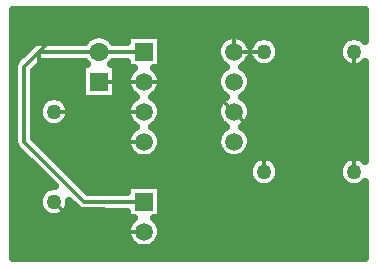
<source format=gbr>
%TF.GenerationSoftware,Novarm,DipTrace,3.3.1.3*%
%TF.CreationDate,2020-05-01T23:23:59+00:00*%
%FSLAX35Y35*%
%MOMM*%
%TF.FileFunction,Copper,L1,Top*%
%TF.Part,Single*%
%TA.AperFunction,Conductor*%
%ADD13C,0.33*%
%TA.AperFunction,CopperBalancing*%
%ADD14C,0.635*%
%TA.AperFunction,ComponentPad*%
%ADD15C,1.6*%
%ADD16R,1.6X1.6*%
%ADD17C,1.5*%
%ADD18R,1.5X1.5*%
%ADD19C,1.27*%
%ADD20C,1.27*%
G75*
G01*
%LPD*%
X3286000Y2905000D2*
D13*
X3540000D1*
X2524000Y2143000D2*
X1762000D1*
X1635000Y2270000D1*
Y2905000D1*
X1889000Y3159000D1*
X3159000D1*
X3286000Y3032000D1*
Y2905000D1*
X4302000D2*
Y1889000D1*
X3286000Y2397000D2*
X3540000Y2143000D1*
Y1889000D1*
X2143000Y2651000D2*
X2524000D1*
X3032000D1*
X3286000Y2397000D1*
X1762000Y1635000D2*
X2016000Y1381000D1*
X2524000D1*
Y2397000D2*
X1762000D1*
D15*
X2143000Y2905000D3*
D16*
Y2651000D3*
D17*
X2524000Y1381000D3*
D18*
Y1635000D3*
D19*
X1762000Y2397000D3*
D20*
Y1635000D3*
D19*
X4302000Y1889000D3*
D20*
X3540000D3*
D19*
Y2905000D3*
D20*
X4302000D3*
D18*
X2524000D3*
D17*
Y2651000D3*
Y2397000D3*
Y2143000D3*
X3286000D3*
Y2397000D3*
Y2651000D3*
Y2905000D3*
X2524000Y1635000D2*
D13*
X2016000D1*
X1508000Y2143000D1*
Y2778000D1*
X1635000Y2905000D1*
X2143000D1*
X2524000D2*
X2143000D1*
X1419146Y3191083D2*
D14*
X4390925D1*
X1419146Y3127917D2*
X4390925D1*
X1419146Y3064750D2*
X4390925D1*
X1419146Y3001583D2*
X2025417D1*
X2260513D2*
X2375326D1*
X2672674D2*
X3175130D1*
X3396828D2*
X3445469D1*
X3634536D2*
X4207448D1*
X1419146Y2938417D2*
X1543529D1*
X2672674D2*
X3141315D1*
X3672817D2*
X4169167D1*
X1419146Y2875250D2*
X1480365D1*
X2672674D2*
X3140495D1*
X3673729D2*
X4168255D1*
X1666971Y2812083D2*
X2022409D1*
X2263612D2*
X2375326D1*
X2672674D2*
X3171849D1*
X3400109D2*
X3441641D1*
X3638364D2*
X4203620D1*
X1603807Y2748917D2*
X1989323D1*
X2296607D2*
X2414427D1*
X2633573D2*
X3176407D1*
X3395552D2*
X4390925D1*
X1598156Y2685750D2*
X1989323D1*
X2296607D2*
X2379701D1*
X2668299D2*
X3141680D1*
X3430370D2*
X4390925D1*
X1598156Y2622583D2*
X1989323D1*
X2296607D2*
X2378242D1*
X2669758D2*
X3140222D1*
X3431737D2*
X4390925D1*
X1598156Y2559417D2*
X1989323D1*
X2296607D2*
X2408776D1*
X2639224D2*
X3170755D1*
X3401294D2*
X4390925D1*
X1598156Y2496250D2*
X1670495D1*
X1853547D2*
X2415703D1*
X2632297D2*
X3177683D1*
X3394276D2*
X4390925D1*
X1598156Y2433083D2*
X1629935D1*
X1894107D2*
X2379974D1*
X2668026D2*
X3142045D1*
X3430005D2*
X4390925D1*
X1598156Y2369917D2*
X1627657D1*
X1896294D2*
X2377969D1*
X2670031D2*
X3139948D1*
X3432010D2*
X4390925D1*
X1598156Y2306750D2*
X1661016D1*
X1863026D2*
X2407683D1*
X2640317D2*
X3169662D1*
X3402388D2*
X4390925D1*
X1598156Y2243583D2*
X2416979D1*
X2631021D2*
X3179050D1*
X3393000D2*
X4390925D1*
X1598156Y2180417D2*
X2380339D1*
X2667661D2*
X3142409D1*
X3429640D2*
X4390925D1*
X1658586Y2117250D2*
X2377696D1*
X2670304D2*
X3139675D1*
X3432284D2*
X4390925D1*
X1419146Y2054083D2*
X1472071D1*
X1721750D2*
X2406589D1*
X2641411D2*
X3168568D1*
X3403482D2*
X4390925D1*
X1419146Y1990917D2*
X1535235D1*
X1784914D2*
X3451667D1*
X3628338D2*
X4213646D1*
X1419146Y1927750D2*
X1598399D1*
X1848078D2*
X3408737D1*
X3671268D2*
X4170716D1*
X1419146Y1864583D2*
X1661563D1*
X1911242D2*
X3405183D1*
X3674823D2*
X4167162D1*
X1419146Y1801417D2*
X1724727D1*
X1974406D2*
X3436537D1*
X3643468D2*
X4198516D1*
X1419146Y1738250D2*
X1675326D1*
X2037570D2*
X2375326D1*
X2672674D2*
X4390925D1*
X1419146Y1675083D2*
X1631120D1*
X2672674D2*
X4390925D1*
X1419146Y1611917D2*
X1626927D1*
X2672674D2*
X4390925D1*
X1419146Y1548750D2*
X1657370D1*
X1866672D2*
X2375326D1*
X2672674D2*
X4390925D1*
X1419146Y1485583D2*
X2421172D1*
X2626828D2*
X4390925D1*
X1419146Y1422417D2*
X2381524D1*
X2666476D2*
X4390925D1*
X1419146Y1359250D2*
X2377058D1*
X2670942D2*
X4390925D1*
X1419146Y1296083D2*
X2403490D1*
X2644510D2*
X4390925D1*
X1419146Y1232917D2*
X4390925D1*
X1419146Y1169750D2*
X4390925D1*
X2264043Y2821242D2*
X2255000Y2809343D1*
X2244396Y2798305D1*
X2290290Y2798290D1*
Y2503710D1*
X1995710D1*
Y2798290D1*
X2041556D1*
X2031000Y2809343D1*
X2021957Y2821242D1*
X1669680Y2821210D1*
X1591838Y2743341D1*
X1591790Y2177622D1*
X2050687Y1718810D1*
X2381768Y1718790D1*
X2381710Y1777290D1*
X2666290D1*
Y1492710D1*
X2612058D1*
X2624614Y1481614D1*
X2639115Y1464636D1*
X2650781Y1445598D1*
X2659326Y1424970D1*
X2664538Y1403259D1*
X2666290Y1381000D1*
X2664538Y1358741D1*
X2659326Y1337030D1*
X2650781Y1316402D1*
X2639115Y1297364D1*
X2624614Y1280386D1*
X2607636Y1265885D1*
X2588598Y1254219D1*
X2567970Y1245674D1*
X2546259Y1240462D1*
X2524000Y1238710D1*
X2501741Y1240462D1*
X2480030Y1245674D1*
X2459402Y1254219D1*
X2440364Y1265885D1*
X2423386Y1280386D1*
X2408885Y1297364D1*
X2397219Y1316402D1*
X2388674Y1337030D1*
X2383462Y1358741D1*
X2381710Y1381000D1*
X2383462Y1403259D1*
X2388674Y1424970D1*
X2397219Y1445598D1*
X2408885Y1464636D1*
X2423386Y1481614D1*
X2436011Y1492684D1*
X2381710Y1492710D1*
Y1551134D1*
X2009426Y1551468D1*
X1996440Y1553525D1*
X1983935Y1557588D1*
X1972220Y1563557D1*
X1961583Y1571286D1*
X1892753Y1639750D1*
X1892387Y1624738D1*
X1889176Y1604468D1*
X1882834Y1584949D1*
X1873517Y1566662D1*
X1861453Y1550059D1*
X1846941Y1535547D1*
X1830338Y1523483D1*
X1812051Y1514166D1*
X1792532Y1507824D1*
X1772262Y1504613D1*
X1751738D1*
X1731468Y1507824D1*
X1711949Y1514166D1*
X1693662Y1523483D1*
X1677059Y1535547D1*
X1662547Y1550059D1*
X1650483Y1566662D1*
X1641166Y1584949D1*
X1634824Y1604468D1*
X1631613Y1624738D1*
Y1645262D1*
X1634824Y1665532D1*
X1641166Y1685051D1*
X1650483Y1703338D1*
X1662547Y1719941D1*
X1677059Y1734453D1*
X1693662Y1746517D1*
X1711949Y1755834D1*
X1731468Y1762176D1*
X1751738Y1765387D1*
X1766930Y1765596D1*
X1444285Y2088583D1*
X1436557Y2099220D1*
X1430588Y2110935D1*
X1426525Y2123440D1*
X1424468Y2136426D1*
X1424210Y2306333D1*
X1424468Y2784574D1*
X1426525Y2797560D1*
X1430588Y2810065D1*
X1436557Y2821780D1*
X1444285Y2832417D1*
X1564246Y2952743D1*
X1580583Y2968715D1*
X1591220Y2976443D1*
X1602935Y2982412D1*
X1615440Y2986475D1*
X1628426Y2988532D1*
X1798333Y2988790D1*
X2021914D1*
X2031000Y3000657D1*
X2047343Y3017000D1*
X2066041Y3030585D1*
X2086635Y3041078D1*
X2108616Y3048220D1*
X2131444Y3051836D1*
X2154556D1*
X2177384Y3048220D1*
X2199365Y3041078D1*
X2219959Y3030585D1*
X2238657Y3017000D1*
X2255000Y3000657D1*
X2264043Y2988758D1*
X2381711Y2988790D1*
X2381710Y3047290D1*
X2666290D1*
Y2762710D1*
X2612058D1*
X2624614Y2751614D1*
X2639115Y2734636D1*
X2650781Y2715598D1*
X2659326Y2694970D1*
X2664538Y2673259D1*
X2666290Y2651000D1*
X2664538Y2628741D1*
X2659326Y2607030D1*
X2650781Y2586402D1*
X2639115Y2567364D1*
X2624614Y2550386D1*
X2607636Y2535885D1*
X2588162Y2524018D1*
X2607636Y2512115D1*
X2624614Y2497614D1*
X2639115Y2480636D1*
X2650781Y2461598D1*
X2659326Y2440970D1*
X2664538Y2419259D1*
X2666290Y2397000D1*
X2664538Y2374741D1*
X2659326Y2353030D1*
X2650781Y2332402D1*
X2639115Y2313364D1*
X2624614Y2296386D1*
X2607636Y2281885D1*
X2588162Y2270018D1*
X2607636Y2258115D1*
X2624614Y2243614D1*
X2639115Y2226636D1*
X2650781Y2207598D1*
X2659326Y2186970D1*
X2664538Y2165259D1*
X2666290Y2143000D1*
X2664538Y2120741D1*
X2659326Y2099030D1*
X2650781Y2078402D1*
X2639115Y2059364D1*
X2624614Y2042386D1*
X2607636Y2027885D1*
X2588598Y2016219D1*
X2567970Y2007674D1*
X2546259Y2002462D1*
X2524000Y2000710D1*
X2501741Y2002462D1*
X2480030Y2007674D1*
X2459402Y2016219D1*
X2440364Y2027885D1*
X2423386Y2042386D1*
X2408885Y2059364D1*
X2397219Y2078402D1*
X2388674Y2099030D1*
X2383462Y2120741D1*
X2381710Y2143000D1*
X2383462Y2165259D1*
X2388674Y2186970D1*
X2397219Y2207598D1*
X2408885Y2226636D1*
X2423386Y2243614D1*
X2440364Y2258115D1*
X2459838Y2269982D1*
X2440364Y2281885D1*
X2423386Y2296386D1*
X2408885Y2313364D1*
X2397219Y2332402D1*
X2388674Y2353030D1*
X2383462Y2374741D1*
X2381710Y2397000D1*
X2383462Y2419259D1*
X2388674Y2440970D1*
X2397219Y2461598D1*
X2408885Y2480636D1*
X2423386Y2497614D1*
X2440364Y2512115D1*
X2459838Y2523982D1*
X2440364Y2535885D1*
X2423386Y2550386D1*
X2408885Y2567364D1*
X2397219Y2586402D1*
X2388674Y2607030D1*
X2383462Y2628741D1*
X2381710Y2651000D1*
X2383462Y2673259D1*
X2388674Y2694970D1*
X2397219Y2715598D1*
X2408885Y2734636D1*
X2423386Y2751614D1*
X2436011Y2762684D1*
X2381710Y2762710D1*
Y2821134D1*
X2264143Y2821210D1*
X3427851Y2131836D2*
X3424359Y2109783D1*
X3417459Y2088548D1*
X3407322Y2068654D1*
X3394198Y2050590D1*
X3378410Y2034802D1*
X3360346Y2021678D1*
X3340452Y2011541D1*
X3319217Y2004641D1*
X3297164Y2001149D1*
X3274836D1*
X3252783Y2004641D1*
X3231548Y2011541D1*
X3211654Y2021678D1*
X3193590Y2034802D1*
X3177802Y2050590D1*
X3164678Y2068654D1*
X3154541Y2088548D1*
X3147641Y2109783D1*
X3144149Y2131836D1*
Y2154164D1*
X3147641Y2176217D1*
X3154541Y2197452D1*
X3164678Y2217346D1*
X3177802Y2235410D1*
X3193590Y2251198D1*
X3211654Y2264322D1*
X3221402Y2270219D1*
X3202364Y2281885D1*
X3185386Y2296386D1*
X3170885Y2313364D1*
X3159219Y2332402D1*
X3150674Y2353030D1*
X3145462Y2374741D1*
X3143710Y2397000D1*
X3145462Y2419259D1*
X3150674Y2440970D1*
X3159219Y2461598D1*
X3170885Y2480636D1*
X3185386Y2497614D1*
X3202364Y2512115D1*
X3221838Y2523982D1*
X3202364Y2535885D1*
X3185386Y2550386D1*
X3170885Y2567364D1*
X3159219Y2586402D1*
X3150674Y2607030D1*
X3145462Y2628741D1*
X3143710Y2651000D1*
X3145462Y2673259D1*
X3150674Y2694970D1*
X3159219Y2715598D1*
X3170885Y2734636D1*
X3185386Y2751614D1*
X3202364Y2766115D1*
X3221838Y2777982D1*
X3202364Y2789885D1*
X3185386Y2804386D1*
X3170885Y2821364D1*
X3159219Y2840402D1*
X3150674Y2861030D1*
X3145462Y2882741D1*
X3143710Y2905000D1*
X3145462Y2927259D1*
X3150674Y2948970D1*
X3159219Y2969598D1*
X3170885Y2988636D1*
X3185386Y3005614D1*
X3202364Y3020115D1*
X3221402Y3031781D1*
X3242030Y3040326D1*
X3263741Y3045538D1*
X3286000Y3047290D1*
X3308259Y3045538D1*
X3329970Y3040326D1*
X3350598Y3031781D1*
X3369636Y3020115D1*
X3386614Y3005614D1*
X3401115Y2988636D1*
X3412781Y2969598D1*
X3419136Y2954907D1*
X3428483Y2973338D1*
X3440547Y2989941D1*
X3455059Y3004453D1*
X3471662Y3016517D1*
X3489949Y3025834D1*
X3509468Y3032176D1*
X3529738Y3035387D1*
X3550262D1*
X3570532Y3032176D1*
X3590051Y3025834D1*
X3608338Y3016517D1*
X3624941Y3004453D1*
X3639453Y2989941D1*
X3651517Y2973338D1*
X3660834Y2955051D1*
X3667176Y2935532D1*
X3670387Y2915262D1*
Y2894738D1*
X3667176Y2874468D1*
X3660834Y2854949D1*
X3651517Y2836662D1*
X3639453Y2820059D1*
X3624941Y2805547D1*
X3608338Y2793483D1*
X3590051Y2784166D1*
X3570532Y2777824D1*
X3550262Y2774613D1*
X3529738D1*
X3509468Y2777824D1*
X3489949Y2784166D1*
X3471662Y2793483D1*
X3455059Y2805547D1*
X3440547Y2820059D1*
X3428483Y2836662D1*
X3419183Y2854912D1*
X3412781Y2840402D1*
X3401115Y2821364D1*
X3386614Y2804386D1*
X3369636Y2789885D1*
X3350162Y2778018D1*
X3369636Y2766115D1*
X3386614Y2751614D1*
X3401115Y2734636D1*
X3412781Y2715598D1*
X3421326Y2694970D1*
X3426538Y2673259D1*
X3428290Y2651000D1*
X3426538Y2628741D1*
X3421326Y2607030D1*
X3412781Y2586402D1*
X3401115Y2567364D1*
X3386614Y2550386D1*
X3369636Y2535885D1*
X3350162Y2524018D1*
X3369636Y2512115D1*
X3386614Y2497614D1*
X3401115Y2480636D1*
X3412781Y2461598D1*
X3421326Y2440970D1*
X3426538Y2419259D1*
X3428290Y2397000D1*
X3426538Y2374741D1*
X3421326Y2353030D1*
X3412781Y2332402D1*
X3401115Y2313364D1*
X3386614Y2296386D1*
X3369636Y2281885D1*
X3350162Y2270018D1*
X3369636Y2258115D1*
X3386614Y2243614D1*
X3401115Y2226636D1*
X3412781Y2207598D1*
X3421326Y2186970D1*
X3426538Y2165259D1*
X3428290Y2143000D1*
X3427851Y2131836D1*
X1892387Y2386738D2*
X1889176Y2366468D1*
X1882834Y2346949D1*
X1873517Y2328662D1*
X1861453Y2312059D1*
X1846941Y2297547D1*
X1830338Y2285483D1*
X1812051Y2276166D1*
X1792532Y2269824D1*
X1772262Y2266613D1*
X1751738D1*
X1731468Y2269824D1*
X1711949Y2276166D1*
X1693662Y2285483D1*
X1677059Y2297547D1*
X1662547Y2312059D1*
X1650483Y2328662D1*
X1641166Y2346949D1*
X1634824Y2366468D1*
X1631613Y2386738D1*
Y2407262D1*
X1634824Y2427532D1*
X1641166Y2447051D1*
X1650483Y2465338D1*
X1662547Y2481941D1*
X1677059Y2496453D1*
X1693662Y2508517D1*
X1711949Y2517834D1*
X1731468Y2524176D1*
X1751738Y2527387D1*
X1772262D1*
X1792532Y2524176D1*
X1812051Y2517834D1*
X1830338Y2508517D1*
X1846941Y2496453D1*
X1861453Y2481941D1*
X1873517Y2465338D1*
X1882834Y2447051D1*
X1889176Y2427532D1*
X1892387Y2407262D1*
Y2386738D1*
X4397233Y1799493D2*
X4386941Y1789547D1*
X4370338Y1777483D1*
X4352051Y1768166D1*
X4332532Y1761824D1*
X4312262Y1758613D1*
X4291738D1*
X4271468Y1761824D1*
X4251949Y1768166D1*
X4233662Y1777483D1*
X4217059Y1789547D1*
X4202547Y1804059D1*
X4190483Y1820662D1*
X4181166Y1838949D1*
X4174824Y1858468D1*
X4171613Y1878738D1*
Y1899262D1*
X4174824Y1919532D1*
X4181166Y1939051D1*
X4190483Y1957338D1*
X4202547Y1973941D1*
X4217059Y1988453D1*
X4233662Y2000517D1*
X4251949Y2009834D1*
X4271468Y2016176D1*
X4291738Y2019387D1*
X4312262D1*
X4332532Y2016176D1*
X4352051Y2009834D1*
X4370338Y2000517D1*
X4386941Y1988453D1*
X4397233Y1978507D1*
X4397250Y2815294D1*
X4386941Y2805547D1*
X4370338Y2793483D1*
X4352051Y2784166D1*
X4332532Y2777824D1*
X4312262Y2774613D1*
X4291738D1*
X4271468Y2777824D1*
X4251949Y2784166D1*
X4233662Y2793483D1*
X4217059Y2805547D1*
X4202547Y2820059D1*
X4190483Y2836662D1*
X4181166Y2854949D1*
X4174824Y2874468D1*
X4171613Y2894738D1*
Y2915262D1*
X4174824Y2935532D1*
X4181166Y2955051D1*
X4190483Y2973338D1*
X4202547Y2989941D1*
X4217059Y3004453D1*
X4233662Y3016517D1*
X4251949Y3025834D1*
X4271468Y3032176D1*
X4291738Y3035387D1*
X4312262D1*
X4332532Y3032176D1*
X4352051Y3025834D1*
X4370338Y3016517D1*
X4386941Y3004453D1*
X4397233Y2994507D1*
X4397250Y3254253D1*
X1412711Y3254250D1*
X1412750Y1158747D1*
X4397289Y1158750D1*
X4397250Y1799383D1*
X3670387Y1878738D2*
X3667176Y1858468D1*
X3660834Y1838949D1*
X3651517Y1820662D1*
X3639453Y1804059D1*
X3624941Y1789547D1*
X3608338Y1777483D1*
X3590051Y1768166D1*
X3570532Y1761824D1*
X3550262Y1758613D1*
X3529738D1*
X3509468Y1761824D1*
X3489949Y1768166D1*
X3471662Y1777483D1*
X3455059Y1789547D1*
X3440547Y1804059D1*
X3428483Y1820662D1*
X3419166Y1838949D1*
X3412824Y1858468D1*
X3409613Y1878738D1*
Y1899262D1*
X3412824Y1919532D1*
X3419166Y1939051D1*
X3428483Y1957338D1*
X3440547Y1973941D1*
X3455059Y1988453D1*
X3471662Y2000517D1*
X3489949Y2009834D1*
X3509468Y2016176D1*
X3529738Y2019387D1*
X3550262D1*
X3570532Y2016176D1*
X3590051Y2009834D1*
X3608338Y2000517D1*
X3624941Y1988453D1*
X3639453Y1973941D1*
X3651517Y1957338D1*
X3660834Y1939051D1*
X3667176Y1919532D1*
X3670387Y1899262D1*
Y1878738D1*
D15*
X2143000Y2905000D3*
D16*
Y2651000D3*
D17*
X2524000Y1381000D3*
D18*
Y1635000D3*
D19*
X1762000Y2397000D3*
D20*
Y1635000D3*
D19*
X4302000Y1889000D3*
D20*
X3540000D3*
D19*
Y2905000D3*
D20*
X4302000D3*
D18*
X2524000D3*
D17*
Y2651000D3*
Y2397000D3*
Y2143000D3*
X3286000D3*
Y2397000D3*
Y2651000D3*
Y2905000D3*
M02*

</source>
